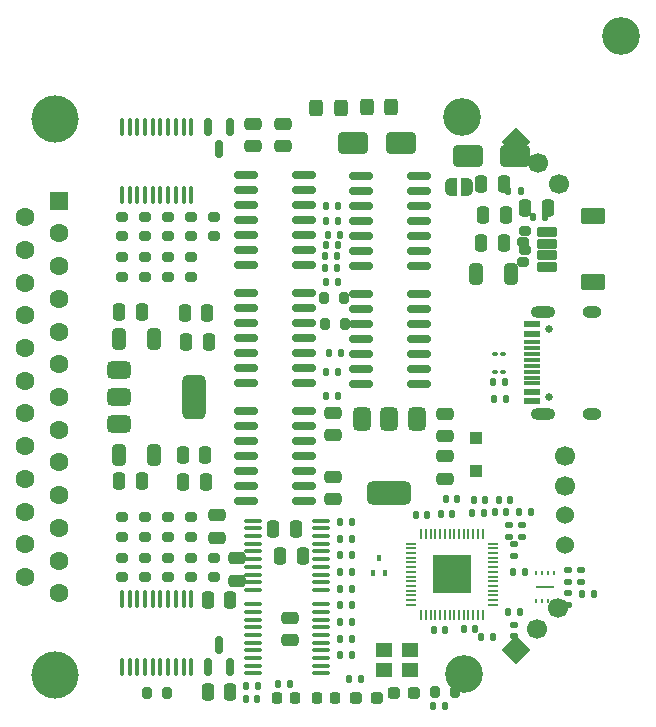
<source format=gbr>
%TF.GenerationSoftware,KiCad,Pcbnew,8.0.2*%
%TF.CreationDate,2024-11-27T18:37:01-06:00*%
%TF.ProjectId,Desktop_50_Pin_TopConn,4465736b-746f-4705-9f35-305f50696e5f,rev?*%
%TF.SameCoordinates,Original*%
%TF.FileFunction,Soldermask,Top*%
%TF.FilePolarity,Negative*%
%FSLAX46Y46*%
G04 Gerber Fmt 4.6, Leading zero omitted, Abs format (unit mm)*
G04 Created by KiCad (PCBNEW 8.0.2) date 2024-11-27 18:37:01*
%MOMM*%
%LPD*%
G01*
G04 APERTURE LIST*
G04 Aperture macros list*
%AMRoundRect*
0 Rectangle with rounded corners*
0 $1 Rounding radius*
0 $2 $3 $4 $5 $6 $7 $8 $9 X,Y pos of 4 corners*
0 Add a 4 corners polygon primitive as box body*
4,1,4,$2,$3,$4,$5,$6,$7,$8,$9,$2,$3,0*
0 Add four circle primitives for the rounded corners*
1,1,$1+$1,$2,$3*
1,1,$1+$1,$4,$5*
1,1,$1+$1,$6,$7*
1,1,$1+$1,$8,$9*
0 Add four rect primitives between the rounded corners*
20,1,$1+$1,$2,$3,$4,$5,0*
20,1,$1+$1,$4,$5,$6,$7,0*
20,1,$1+$1,$6,$7,$8,$9,0*
20,1,$1+$1,$8,$9,$2,$3,0*%
%AMHorizOval*
0 Thick line with rounded ends*
0 $1 width*
0 $2 $3 position (X,Y) of the first rounded end (center of the circle)*
0 $4 $5 position (X,Y) of the second rounded end (center of the circle)*
0 Add line between two ends*
20,1,$1,$2,$3,$4,$5,0*
0 Add two circle primitives to create the rounded ends*
1,1,$1,$2,$3*
1,1,$1,$4,$5*%
%AMRotRect*
0 Rectangle, with rotation*
0 The origin of the aperture is its center*
0 $1 length*
0 $2 width*
0 $3 Rotation angle, in degrees counterclockwise*
0 Add horizontal line*
21,1,$1,$2,0,0,$3*%
%AMOutline5P*
0 Free polygon, 5 corners , with rotation*
0 The origin of the aperture is its center*
0 number of corners: always 5*
0 $1 to $10 corner X, Y*
0 $11 Rotation angle, in degrees counterclockwise*
0 create outline with 5 corners*
4,1,5,$1,$2,$3,$4,$5,$6,$7,$8,$9,$10,$1,$2,$11*%
%AMOutline6P*
0 Free polygon, 6 corners , with rotation*
0 The origin of the aperture is its center*
0 number of corners: always 6*
0 $1 to $12 corner X, Y*
0 $13 Rotation angle, in degrees counterclockwise*
0 create outline with 6 corners*
4,1,6,$1,$2,$3,$4,$5,$6,$7,$8,$9,$10,$11,$12,$1,$2,$13*%
%AMOutline7P*
0 Free polygon, 7 corners , with rotation*
0 The origin of the aperture is its center*
0 number of corners: always 7*
0 $1 to $14 corner X, Y*
0 $15 Rotation angle, in degrees counterclockwise*
0 create outline with 7 corners*
4,1,7,$1,$2,$3,$4,$5,$6,$7,$8,$9,$10,$11,$12,$13,$14,$1,$2,$15*%
%AMOutline8P*
0 Free polygon, 8 corners , with rotation*
0 The origin of the aperture is its center*
0 number of corners: always 8*
0 $1 to $16 corner X, Y*
0 $17 Rotation angle, in degrees counterclockwise*
0 create outline with 8 corners*
4,1,8,$1,$2,$3,$4,$5,$6,$7,$8,$9,$10,$11,$12,$13,$14,$15,$16,$1,$2,$17*%
%AMFreePoly0*
4,1,19,0.000000,0.744911,0.071157,0.744911,0.207708,0.704816,0.327430,0.627875,0.420627,0.520320,0.479746,0.390866,0.500000,0.250000,0.500000,-0.250000,0.479746,-0.390866,0.420627,-0.520320,0.327430,-0.627875,0.207708,-0.704816,0.071157,-0.744911,0.000000,-0.744911,0.000000,-0.750000,-0.500000,-0.750000,-0.500000,0.750000,0.000000,0.750000,0.000000,0.744911,0.000000,0.744911,
$1*%
%AMFreePoly1*
4,1,19,0.500000,-0.750000,0.000000,-0.750000,0.000000,-0.744911,-0.071157,-0.744911,-0.207708,-0.704816,-0.327430,-0.627875,-0.420627,-0.520320,-0.479746,-0.390866,-0.500000,-0.250000,-0.500000,0.250000,-0.479746,0.390866,-0.420627,0.520320,-0.327430,0.627875,-0.207708,0.704816,-0.071157,0.744911,0.000000,0.744911,0.000000,0.750000,0.500000,0.750000,0.500000,-0.750000,0.500000,-0.750000,
$1*%
G04 Aperture macros list end*
%ADD10RoundRect,0.135000X-0.135000X-0.185000X0.135000X-0.185000X0.135000X0.185000X-0.135000X0.185000X0*%
%ADD11RoundRect,0.135000X-0.185000X0.135000X-0.185000X-0.135000X0.185000X-0.135000X0.185000X0.135000X0*%
%ADD12RoundRect,0.200000X-0.275000X0.200000X-0.275000X-0.200000X0.275000X-0.200000X0.275000X0.200000X0*%
%ADD13RoundRect,0.250000X0.250000X0.475000X-0.250000X0.475000X-0.250000X-0.475000X0.250000X-0.475000X0*%
%ADD14RoundRect,0.150000X-0.825000X-0.150000X0.825000X-0.150000X0.825000X0.150000X-0.825000X0.150000X0*%
%ADD15RoundRect,0.250000X-0.475000X0.250000X-0.475000X-0.250000X0.475000X-0.250000X0.475000X0.250000X0*%
%ADD16RoundRect,0.250000X0.475000X-0.250000X0.475000X0.250000X-0.475000X0.250000X-0.475000X-0.250000X0*%
%ADD17RoundRect,0.250000X-0.250000X-0.475000X0.250000X-0.475000X0.250000X0.475000X-0.250000X0.475000X0*%
%ADD18RoundRect,0.237500X-0.287500X-0.237500X0.287500X-0.237500X0.287500X0.237500X-0.287500X0.237500X0*%
%ADD19RoundRect,0.150000X0.150000X-0.587500X0.150000X0.587500X-0.150000X0.587500X-0.150000X-0.587500X0*%
%ADD20RoundRect,0.200000X0.200000X0.275000X-0.200000X0.275000X-0.200000X-0.275000X0.200000X-0.275000X0*%
%ADD21RoundRect,0.250000X0.325000X0.650000X-0.325000X0.650000X-0.325000X-0.650000X0.325000X-0.650000X0*%
%ADD22RoundRect,0.135000X0.135000X0.185000X-0.135000X0.185000X-0.135000X-0.185000X0.135000X-0.185000X0*%
%ADD23RoundRect,0.100000X0.637500X0.100000X-0.637500X0.100000X-0.637500X-0.100000X0.637500X-0.100000X0*%
%ADD24R,3.200000X3.200000*%
%ADD25RoundRect,0.050000X-0.050000X-0.387500X0.050000X-0.387500X0.050000X0.387500X-0.050000X0.387500X0*%
%ADD26RoundRect,0.050000X-0.387500X-0.050000X0.387500X-0.050000X0.387500X0.050000X-0.387500X0.050000X0*%
%ADD27RoundRect,0.100000X-0.100000X0.637500X-0.100000X-0.637500X0.100000X-0.637500X0.100000X0.637500X0*%
%ADD28C,3.200000*%
%ADD29RoundRect,0.150000X-0.150000X0.587500X-0.150000X-0.587500X0.150000X-0.587500X0.150000X0.587500X0*%
%ADD30FreePoly0,180.000000*%
%ADD31FreePoly1,180.000000*%
%ADD32RoundRect,0.200000X-0.200000X-0.275000X0.200000X-0.275000X0.200000X0.275000X-0.200000X0.275000X0*%
%ADD33RoundRect,0.375000X-0.625000X-0.375000X0.625000X-0.375000X0.625000X0.375000X-0.625000X0.375000X0*%
%ADD34RoundRect,0.500000X-0.500000X-1.400000X0.500000X-1.400000X0.500000X1.400000X-0.500000X1.400000X0*%
%ADD35RoundRect,0.250000X1.000000X0.650000X-1.000000X0.650000X-1.000000X-0.650000X1.000000X-0.650000X0*%
%ADD36RoundRect,0.250000X0.325000X0.450000X-0.325000X0.450000X-0.325000X-0.450000X0.325000X-0.450000X0*%
%ADD37RoundRect,0.100000X0.100000X-0.637500X0.100000X0.637500X-0.100000X0.637500X-0.100000X-0.637500X0*%
%ADD38RoundRect,0.200000X0.275000X-0.200000X0.275000X0.200000X-0.275000X0.200000X-0.275000X-0.200000X0*%
%ADD39RoundRect,0.375000X-0.375000X0.625000X-0.375000X-0.625000X0.375000X-0.625000X0.375000X0.625000X0*%
%ADD40RoundRect,0.500000X-1.400000X0.500000X-1.400000X-0.500000X1.400000X-0.500000X1.400000X0.500000X0*%
%ADD41RoundRect,0.140000X-0.140000X-0.170000X0.140000X-0.170000X0.140000X0.170000X-0.140000X0.170000X0*%
%ADD42RoundRect,0.100000X-0.100000X0.155000X-0.100000X-0.155000X0.100000X-0.155000X0.100000X0.155000X0*%
%ADD43RoundRect,0.140000X0.170000X-0.140000X0.170000X0.140000X-0.170000X0.140000X-0.170000X-0.140000X0*%
%ADD44RoundRect,0.250000X0.300000X-0.300000X0.300000X0.300000X-0.300000X0.300000X-0.300000X-0.300000X0*%
%ADD45RoundRect,0.218750X0.218750X0.256250X-0.218750X0.256250X-0.218750X-0.256250X0.218750X-0.256250X0*%
%ADD46Outline5P,-0.100000X0.700000X0.000000X0.800000X0.100000X0.800000X0.100000X-0.800000X-0.100000X-0.800000X270.000000*%
%ADD47R,0.250000X0.300000*%
%ADD48RoundRect,0.135000X0.185000X-0.135000X0.185000X0.135000X-0.185000X0.135000X-0.185000X-0.135000X0*%
%ADD49R,1.400000X1.200000*%
%ADD50RotRect,1.700000X1.700000X135.000000*%
%ADD51HorizOval,1.700000X0.000000X0.000000X0.000000X0.000000X0*%
%ADD52C,0.650000*%
%ADD53R,1.450000X0.600000*%
%ADD54R,1.450000X0.300000*%
%ADD55O,2.100000X1.000000*%
%ADD56O,1.600000X1.000000*%
%ADD57RoundRect,0.100000X0.130000X0.100000X-0.130000X0.100000X-0.130000X-0.100000X0.130000X-0.100000X0*%
%ADD58C,1.700000*%
%ADD59C,1.524000*%
%ADD60RotRect,1.700000X1.700000X45.000000*%
%ADD61HorizOval,1.700000X0.000000X0.000000X0.000000X0.000000X0*%
%ADD62RoundRect,0.102000X0.775000X-0.300000X0.775000X0.300000X-0.775000X0.300000X-0.775000X-0.300000X0*%
%ADD63RoundRect,0.102000X-0.900000X0.600000X-0.900000X-0.600000X0.900000X-0.600000X0.900000X0.600000X0*%
%ADD64C,4.000000*%
%ADD65R,1.600000X1.600000*%
%ADD66C,1.600000*%
G04 APERTURE END LIST*
D10*
%TO.C,R1*%
X32450000Y-20300000D03*
X33470000Y-20300000D03*
%TD*%
D11*
%TO.C,R50*%
X35250000Y-13475000D03*
X35250000Y-12455000D03*
%TD*%
D12*
%TO.C,R28*%
X7925000Y13625000D03*
X7925000Y15275000D03*
%TD*%
D13*
%TO.C,C3*%
X16765400Y-11164400D03*
X14865400Y-11164400D03*
%TD*%
%TO.C,C4*%
X11250000Y-17150000D03*
X9350000Y-17150000D03*
%TD*%
D14*
%TO.C,U3*%
X12525000Y8810000D03*
X12525000Y7540000D03*
X12525000Y6270000D03*
X12525000Y5000000D03*
X12525000Y3730000D03*
X12525000Y2460000D03*
X12525000Y1190000D03*
X17475000Y1190000D03*
X17475000Y2460000D03*
X17475000Y3730000D03*
X17475000Y5000000D03*
X17475000Y6270000D03*
X17475000Y7540000D03*
X17475000Y8810000D03*
%TD*%
D15*
%TO.C,C7*%
X16250000Y-18675000D03*
X16250000Y-20575000D03*
%TD*%
D13*
%TO.C,C1*%
X38100000Y16000000D03*
X36200000Y16000000D03*
%TD*%
%TO.C,C2*%
X17375000Y-13425000D03*
X15475000Y-13425000D03*
%TD*%
%TO.C,C5*%
X11250000Y-24950000D03*
X9350000Y-24950000D03*
%TD*%
D16*
%TO.C,C6*%
X11800000Y-15550000D03*
X11800000Y-13650000D03*
%TD*%
D17*
%TO.C,C12*%
X7200000Y-4912500D03*
X9100000Y-4912500D03*
%TD*%
D18*
%TO.C,D1*%
X21875000Y-25450000D03*
X23625000Y-25450000D03*
%TD*%
%TO.C,D2*%
X26806052Y-25088609D03*
X25056052Y-25088609D03*
%TD*%
D19*
%TO.C,Q1*%
X9350000Y-22862500D03*
X11250000Y-22862500D03*
X10300000Y-20987500D03*
%TD*%
D14*
%TO.C,U2*%
X22275000Y8710000D03*
X22275000Y7440000D03*
X22275000Y6170000D03*
X22275000Y4900000D03*
X22275000Y3630000D03*
X22275000Y2360000D03*
X22275000Y1090000D03*
X27225000Y1090000D03*
X27225000Y2360000D03*
X27225000Y3630000D03*
X27225000Y4900000D03*
X27225000Y6170000D03*
X27225000Y7440000D03*
X27225000Y8710000D03*
%TD*%
D16*
%TO.C,C17*%
X29450000Y-3300000D03*
X29450000Y-1400000D03*
%TD*%
%TO.C,C16*%
X10100000Y-11900000D03*
X10100000Y-10000000D03*
%TD*%
D14*
%TO.C,U5*%
X17475000Y-1190000D03*
X17475000Y-2460000D03*
X17475000Y-3730000D03*
X17475000Y-5000000D03*
X17475000Y-6270000D03*
X17475000Y-7540000D03*
X17475000Y-8810000D03*
X12525000Y-8810000D03*
X12525000Y-7540000D03*
X12525000Y-6270000D03*
X12525000Y-5000000D03*
X12525000Y-3730000D03*
X12525000Y-2460000D03*
X12525000Y-1190000D03*
%TD*%
D20*
%TO.C,R5*%
X19175000Y8400000D03*
X20825000Y8400000D03*
%TD*%
D21*
%TO.C,C8*%
X4800000Y-4866250D03*
X1850000Y-4866250D03*
%TD*%
D22*
%TO.C,R9*%
X20610000Y3750000D03*
X19590000Y3750000D03*
%TD*%
D14*
%TO.C,U1*%
X12525000Y18810000D03*
X12525000Y17540000D03*
X12525000Y16270000D03*
X12525000Y15000000D03*
X12525000Y13730000D03*
X12525000Y12460000D03*
X12525000Y11190000D03*
X17475000Y11190000D03*
X17475000Y12460000D03*
X17475000Y13730000D03*
X17475000Y15000000D03*
X17475000Y16270000D03*
X17475000Y17540000D03*
X17475000Y18810000D03*
%TD*%
D10*
%TO.C,R59*%
X35140000Y-14775000D03*
X36160000Y-14775000D03*
%TD*%
D14*
%TO.C,U4*%
X22275000Y18710000D03*
X22275000Y17440000D03*
X22275000Y16170000D03*
X22275000Y14900000D03*
X22275000Y13630000D03*
X22275000Y12360000D03*
X22275000Y11090000D03*
X27225000Y11090000D03*
X27225000Y12360000D03*
X27225000Y13630000D03*
X27225000Y14900000D03*
X27225000Y16170000D03*
X27225000Y17440000D03*
X27225000Y18710000D03*
%TD*%
D23*
%TO.C,U6*%
X18900000Y-16325000D03*
X18900000Y-15675000D03*
X18900000Y-15025000D03*
X18900000Y-14375000D03*
X18900000Y-13725000D03*
X18900000Y-13075000D03*
X18900000Y-12425000D03*
X18900000Y-11775000D03*
X18900000Y-11125000D03*
X18900000Y-10475000D03*
X13175000Y-10475000D03*
X13175000Y-11125000D03*
X13175000Y-11775000D03*
X13175000Y-12425000D03*
X13175000Y-13075000D03*
X13175000Y-13725000D03*
X13175000Y-14375000D03*
X13175000Y-15025000D03*
X13175000Y-15675000D03*
X13175000Y-16325000D03*
%TD*%
D10*
%TO.C,R47*%
X34610000Y-200000D03*
X33590000Y-200000D03*
%TD*%
D24*
%TO.C,U13*%
X30000000Y-15000000D03*
D25*
X27400000Y-11562500D03*
X27800000Y-11562500D03*
X28200000Y-11562500D03*
X28600000Y-11562500D03*
X29000000Y-11562500D03*
X29400000Y-11562500D03*
X29800000Y-11562500D03*
X30200000Y-11562500D03*
X30600000Y-11562500D03*
X31000000Y-11562500D03*
X31400000Y-11562500D03*
X31800000Y-11562500D03*
X32200000Y-11562500D03*
X32600000Y-11562500D03*
D26*
X33437500Y-12400000D03*
X33437500Y-12800000D03*
X33437500Y-13200000D03*
X33437500Y-13600000D03*
X33437500Y-14000000D03*
X33437500Y-14400000D03*
X33437500Y-14800000D03*
X33437500Y-15200000D03*
X33437500Y-15600000D03*
X33437500Y-16000000D03*
X33437500Y-16400000D03*
X33437500Y-16800000D03*
X33437500Y-17200000D03*
X33437500Y-17600000D03*
D25*
X32600000Y-18437500D03*
X32200000Y-18437500D03*
X31800000Y-18437500D03*
X31400000Y-18437500D03*
X31000000Y-18437500D03*
X30600000Y-18437500D03*
X30200000Y-18437500D03*
X29800000Y-18437500D03*
X29400000Y-18437500D03*
X29000000Y-18437500D03*
X28600000Y-18437500D03*
X28200000Y-18437500D03*
X27800000Y-18437500D03*
X27400000Y-18437500D03*
D26*
X26562500Y-17600000D03*
X26562500Y-17200000D03*
X26562500Y-16800000D03*
X26562500Y-16400000D03*
X26562500Y-16000000D03*
X26562500Y-15600000D03*
X26562500Y-15200000D03*
X26562500Y-14800000D03*
X26562500Y-14400000D03*
X26562500Y-14000000D03*
X26562500Y-13600000D03*
X26562500Y-13200000D03*
X26562500Y-12800000D03*
X26562500Y-12400000D03*
%TD*%
D27*
%TO.C,U7*%
X7925000Y17137500D03*
X7275000Y17137500D03*
X6625000Y17137500D03*
X5975000Y17137500D03*
X5325000Y17137500D03*
X4675000Y17137500D03*
X4025000Y17137500D03*
X3375000Y17137500D03*
X2725000Y17137500D03*
X2075000Y17137500D03*
X2075000Y22862500D03*
X2725000Y22862500D03*
X3375000Y22862500D03*
X4025000Y22862500D03*
X4675000Y22862500D03*
X5325000Y22862500D03*
X5975000Y22862500D03*
X6625000Y22862500D03*
X7275000Y22862500D03*
X7925000Y22862500D03*
%TD*%
D13*
%TO.C,C15*%
X9300000Y7100000D03*
X7400000Y7100000D03*
%TD*%
D17*
%TO.C,C19*%
X32500000Y18050000D03*
X34400000Y18050000D03*
%TD*%
D13*
%TO.C,C14*%
X9400000Y4650000D03*
X7500000Y4650000D03*
%TD*%
D17*
%TO.C,C20*%
X32650000Y15450000D03*
X34550000Y15450000D03*
%TD*%
D28*
%TO.C,H3*%
X31050000Y-23455009D03*
%TD*%
D29*
%TO.C,Q2*%
X11250000Y22862500D03*
X9350000Y22862500D03*
X10300000Y20987500D03*
%TD*%
D28*
%TO.C,H1*%
X30850000Y23694991D03*
%TD*%
D15*
%TO.C,C23*%
X15700000Y23150000D03*
X15700000Y21250000D03*
%TD*%
D30*
%TO.C,JP1*%
X29950000Y17750000D03*
D31*
X31250000Y17750000D03*
%TD*%
D21*
%TO.C,C22*%
X34975000Y10400000D03*
X32025000Y10400000D03*
%TD*%
D12*
%TO.C,R22*%
X36200000Y12425000D03*
X36200000Y14075000D03*
%TD*%
D32*
%TO.C,R7*%
X20925000Y6200000D03*
X19275000Y6200000D03*
%TD*%
D15*
%TO.C,C18*%
X29450000Y-5000000D03*
X29450000Y-6900000D03*
%TD*%
D20*
%TO.C,R25*%
X28575000Y-24950000D03*
X30225000Y-24950000D03*
%TD*%
D13*
%TO.C,C10*%
X3750000Y7187500D03*
X1850000Y7187500D03*
%TD*%
D33*
%TO.C,U10*%
X1850000Y2300000D03*
X1850000Y0D03*
D34*
X8150000Y0D03*
D33*
X1850000Y-2300000D03*
%TD*%
D35*
%TO.C,D4*%
X25650000Y21500000D03*
X21650000Y21500000D03*
%TD*%
D21*
%TO.C,C9*%
X4800000Y4941250D03*
X1850000Y4941250D03*
%TD*%
D35*
%TO.C,D3*%
X35350000Y20400000D03*
X31350000Y20400000D03*
%TD*%
D36*
%TO.C,F2*%
X20575000Y24500000D03*
X18525000Y24500000D03*
%TD*%
D15*
%TO.C,C24*%
X13200000Y23150000D03*
X13200000Y21250000D03*
%TD*%
D37*
%TO.C,U8*%
X2075000Y-17137500D03*
X2725000Y-17137500D03*
X3375000Y-17137500D03*
X4025000Y-17137500D03*
X4675000Y-17137500D03*
X5325000Y-17137500D03*
X5975000Y-17137500D03*
X6625000Y-17137500D03*
X7275000Y-17137500D03*
X7925000Y-17137500D03*
X7925000Y-22862500D03*
X7275000Y-22862500D03*
X6625000Y-22862500D03*
X5975000Y-22862500D03*
X5325000Y-22862500D03*
X4675000Y-22862500D03*
X4025000Y-22862500D03*
X3375000Y-22862500D03*
X2725000Y-22862500D03*
X2075000Y-22862500D03*
%TD*%
D38*
%TO.C,R23*%
X36000000Y13125000D03*
X36000000Y11475000D03*
%TD*%
D23*
%TO.C,U9*%
X13187500Y-23400000D03*
X13187500Y-22750000D03*
X13187500Y-22100000D03*
X13187500Y-21450000D03*
X13187500Y-20800000D03*
X13187500Y-20150000D03*
X13187500Y-19500000D03*
X13187500Y-18850000D03*
X13187500Y-18200000D03*
X13187500Y-17550000D03*
X18912500Y-17550000D03*
X18912500Y-18200000D03*
X18912500Y-18850000D03*
X18912500Y-19500000D03*
X18912500Y-20150000D03*
X18912500Y-20800000D03*
X18912500Y-21450000D03*
X18912500Y-22100000D03*
X18912500Y-22750000D03*
X18912500Y-23400000D03*
%TD*%
D22*
%TO.C,R58*%
X40975000Y-16650000D03*
X41995000Y-16650000D03*
%TD*%
D13*
%TO.C,C11*%
X3750000Y-7112500D03*
X1850000Y-7112500D03*
%TD*%
D17*
%TO.C,C21*%
X32500000Y13050000D03*
X34400000Y13050000D03*
%TD*%
%TO.C,C13*%
X7250000Y-7200000D03*
X9150000Y-7200000D03*
%TD*%
D39*
%TO.C,U11*%
X27012500Y-1850000D03*
X24712500Y-1850000D03*
D40*
X24712500Y-8150000D03*
D39*
X22412500Y-1850000D03*
%TD*%
D28*
%TO.C,H2*%
X44350000Y30544991D03*
%TD*%
D10*
%TO.C,R54*%
X22310000Y-23850000D03*
X21290000Y-23850000D03*
%TD*%
D16*
%TO.C,C25*%
X19950000Y-3250000D03*
X19950000Y-1350000D03*
%TD*%
D41*
%TO.C,C41*%
X12570000Y-25550000D03*
X13530000Y-25550000D03*
%TD*%
%TO.C,C29*%
X30430000Y-8600000D03*
X29470000Y-8600000D03*
%TD*%
%TO.C,C30*%
X32830000Y-8700000D03*
X31870000Y-8700000D03*
%TD*%
D22*
%TO.C,R48*%
X33490000Y1300000D03*
X34510000Y1300000D03*
%TD*%
D41*
%TO.C,C33*%
X34580000Y-9750000D03*
X33620000Y-9750000D03*
%TD*%
D42*
%TO.C,Q3*%
X23350000Y-14900000D03*
X24350000Y-14900000D03*
X23850000Y-13610000D03*
%TD*%
D43*
%TO.C,C27*%
X35250000Y-19270000D03*
X35250000Y-20230000D03*
%TD*%
D44*
%TO.C,D5*%
X32050000Y-6300000D03*
X32050000Y-3500000D03*
%TD*%
D45*
%TO.C,D6*%
X20137500Y-25500000D03*
X18562500Y-25500000D03*
%TD*%
D10*
%TO.C,R49*%
X36660000Y-9700000D03*
X35640000Y-9700000D03*
%TD*%
%TO.C,R53*%
X16310000Y-24300000D03*
X15290000Y-24300000D03*
%TD*%
D11*
%TO.C,R55*%
X40950000Y-15660000D03*
X40950000Y-14640000D03*
%TD*%
D41*
%TO.C,C34*%
X34906500Y-8750000D03*
X33946500Y-8750000D03*
%TD*%
D43*
%TO.C,C38*%
X39850000Y-16620000D03*
X39850000Y-17580000D03*
%TD*%
D41*
%TO.C,C36*%
X31960000Y-19600000D03*
X31000000Y-19600000D03*
%TD*%
%TO.C,C32*%
X30030000Y-9900000D03*
X29070000Y-9900000D03*
%TD*%
D36*
%TO.C,F1*%
X22825000Y24550000D03*
X24875000Y24550000D03*
%TD*%
D10*
%TO.C,R60*%
X12590000Y-24500000D03*
X13610000Y-24500000D03*
%TD*%
D46*
%TO.C,U12*%
X37900000Y-16100000D03*
D47*
X38650000Y-17300000D03*
X38150000Y-17300000D03*
X37650000Y-17300000D03*
X37150000Y-17300000D03*
X37150000Y-14900000D03*
X37650000Y-14900000D03*
X38150000Y-14900000D03*
X38650000Y-14900000D03*
%TD*%
D43*
%TO.C,C39*%
X39800000Y-14670000D03*
X39800000Y-15630000D03*
%TD*%
D45*
%TO.C,D7*%
X16737500Y-25500000D03*
X15162500Y-25500000D03*
%TD*%
D48*
%TO.C,R52*%
X34800000Y-10840000D03*
X34800000Y-11860000D03*
%TD*%
D41*
%TO.C,C35*%
X27880000Y-10000000D03*
X26920000Y-10000000D03*
%TD*%
%TO.C,C37*%
X34770000Y-18200000D03*
X35730000Y-18200000D03*
%TD*%
%TO.C,C28*%
X29430000Y-19700000D03*
X28470000Y-19700000D03*
%TD*%
D16*
%TO.C,C26*%
X19950000Y-8650000D03*
X19950000Y-6750000D03*
%TD*%
D49*
%TO.C,Y1*%
X26450000Y-21400000D03*
X24250000Y-21400000D03*
X24250000Y-23100000D03*
X26450000Y-23100000D03*
%TD*%
D41*
%TO.C,C31*%
X32680000Y-9800000D03*
X31720000Y-9800000D03*
%TD*%
D48*
%TO.C,R51*%
X35950000Y-10840000D03*
X35950000Y-11860000D03*
%TD*%
D10*
%TO.C,R92*%
X20490000Y-10595000D03*
X21510000Y-10595000D03*
%TD*%
%TO.C,R95*%
X20490000Y-13413888D03*
X21510000Y-13413888D03*
%TD*%
%TO.C,R82*%
X19280000Y10900000D03*
X20300000Y10900000D03*
%TD*%
%TO.C,R96*%
X20490000Y-14823332D03*
X21510000Y-14823332D03*
%TD*%
%TO.C,R93*%
X20490000Y-12004444D03*
X21510000Y-12004444D03*
%TD*%
%TO.C,R94*%
X19470000Y13750000D03*
X20490000Y13750000D03*
%TD*%
%TO.C,R90*%
X19330000Y16150000D03*
X20350000Y16150000D03*
%TD*%
%TO.C,R91*%
X20490000Y-21870552D03*
X21510000Y-21870552D03*
%TD*%
D22*
%TO.C,R89*%
X21510000Y-20461108D03*
X20490000Y-20461108D03*
%TD*%
D10*
%TO.C,R79*%
X19340000Y2090000D03*
X20360000Y2090000D03*
%TD*%
%TO.C,R88*%
X20490000Y-19051664D03*
X21510000Y-19051664D03*
%TD*%
%TO.C,R80*%
X19340000Y100000D03*
X20360000Y100000D03*
%TD*%
%TO.C,R81*%
X19330000Y9750000D03*
X20350000Y9750000D03*
%TD*%
%TO.C,R83*%
X19280000Y11950000D03*
X20300000Y11950000D03*
%TD*%
%TO.C,R86*%
X19330000Y14900000D03*
X20350000Y14900000D03*
%TD*%
D22*
%TO.C,R87*%
X21510000Y-17642220D03*
X20490000Y-17642220D03*
%TD*%
%TO.C,R85*%
X20490000Y-16232776D03*
X21510000Y-16232776D03*
%TD*%
D50*
%TO.C,J14*%
X35403949Y-21446051D03*
D51*
X37200000Y-19650000D03*
X38996051Y-17853949D03*
%TD*%
D52*
%TO.C,J12*%
X38250000Y10000D03*
X38250000Y5790000D03*
D53*
X36805000Y-350000D03*
X36805000Y450000D03*
D54*
X36805000Y1650000D03*
X36805000Y2650000D03*
X36805000Y3150000D03*
X36805000Y4150000D03*
D53*
X36805000Y5350000D03*
X36805000Y6150000D03*
X36805000Y6150000D03*
X36805000Y5350000D03*
D54*
X36805000Y4650000D03*
X36805000Y3650000D03*
X36805000Y2150000D03*
X36805000Y1150000D03*
D53*
X36805000Y450000D03*
X36805000Y-350000D03*
D55*
X37720000Y-1420000D03*
D56*
X41900000Y-1420000D03*
D55*
X37720000Y7220000D03*
D56*
X41900000Y7220000D03*
%TD*%
D10*
%TO.C,R84*%
X19330000Y12900000D03*
X20350000Y12900000D03*
%TD*%
D57*
%TO.C,R57*%
X34320000Y2150000D03*
X33680000Y2150000D03*
%TD*%
%TO.C,R56*%
X34320000Y3650000D03*
X33680000Y3650000D03*
%TD*%
D32*
%TO.C,R46*%
X4200000Y-25075000D03*
X5850000Y-25075000D03*
%TD*%
D12*
%TO.C,R45*%
X9875000Y15275000D03*
X9875000Y13625000D03*
%TD*%
D38*
%TO.C,R44*%
X9875000Y-15275000D03*
X9875000Y-13625000D03*
%TD*%
%TO.C,R43*%
X7925000Y-11825000D03*
X7925000Y-10175000D03*
%TD*%
D12*
%TO.C,R42*%
X2075000Y11825000D03*
X2075000Y10175000D03*
%TD*%
D38*
%TO.C,R41*%
X7925000Y-15262500D03*
X7925000Y-13612500D03*
%TD*%
D12*
%TO.C,R40*%
X2075000Y15275000D03*
X2075000Y13625000D03*
%TD*%
D38*
%TO.C,R39*%
X5975000Y-11825000D03*
X5975000Y-10175000D03*
%TD*%
D12*
%TO.C,R38*%
X4025000Y11825000D03*
X4025000Y10175000D03*
%TD*%
D38*
%TO.C,R37*%
X5975000Y-15262500D03*
X5975000Y-13612500D03*
%TD*%
D12*
%TO.C,R36*%
X4025000Y15275000D03*
X4025000Y13625000D03*
%TD*%
D38*
%TO.C,R35*%
X4025000Y-11825000D03*
X4025000Y-10175000D03*
%TD*%
D12*
%TO.C,R34*%
X5975000Y11825000D03*
X5975000Y10175000D03*
%TD*%
D38*
%TO.C,R33*%
X4025000Y-15262500D03*
X4025000Y-13612500D03*
%TD*%
D12*
%TO.C,R32*%
X5975000Y15275000D03*
X5975000Y13625000D03*
%TD*%
D38*
%TO.C,R31*%
X2075000Y-11825000D03*
X2075000Y-10175000D03*
%TD*%
D12*
%TO.C,R30*%
X7925000Y11825000D03*
X7925000Y10175000D03*
%TD*%
D38*
%TO.C,R29*%
X2075000Y-15262500D03*
X2075000Y-13612500D03*
%TD*%
D10*
%TO.C,R27*%
X34790000Y17450000D03*
X35810000Y17450000D03*
%TD*%
%TO.C,R26*%
X36888748Y15265000D03*
X37908748Y15265000D03*
%TD*%
D22*
%TO.C,R24*%
X29410000Y-26150000D03*
X28390000Y-26150000D03*
%TD*%
D58*
%TO.C,J10*%
X39553500Y-5005400D03*
X39553500Y-7505400D03*
D59*
X39553500Y-10005400D03*
X39553500Y-12505400D03*
%TD*%
D60*
%TO.C,J5*%
X35453949Y21596051D03*
D61*
X37250000Y19800000D03*
X39046051Y18003949D03*
%TD*%
D62*
%TO.C,J4*%
X38075000Y11000000D03*
X38075000Y12000000D03*
X38075000Y13000000D03*
X38075000Y14000000D03*
D63*
X41950000Y9700000D03*
X41950000Y15300000D03*
%TD*%
D64*
%TO.C,J3*%
X-3600000Y23549991D03*
X-3600000Y-23550009D03*
D65*
X-3300000Y16619991D03*
D66*
X-3300000Y13849991D03*
X-3300000Y11079991D03*
X-3300000Y8309991D03*
X-3300000Y5539991D03*
X-3300000Y2769991D03*
X-3300000Y-9D03*
X-3300000Y-2770009D03*
X-3300000Y-5540009D03*
X-3300000Y-8310009D03*
X-3300000Y-11080009D03*
X-3300000Y-13850009D03*
X-3300000Y-16620009D03*
X-6140000Y15234991D03*
X-6140000Y12464991D03*
X-6140000Y9694991D03*
X-6140000Y6924991D03*
X-6140000Y4154991D03*
X-6140000Y1384991D03*
X-6140000Y-1385009D03*
X-6140000Y-4155009D03*
X-6140000Y-6925009D03*
X-6140000Y-9695009D03*
X-6140000Y-12465009D03*
X-6140000Y-15235009D03*
%TD*%
M02*

</source>
